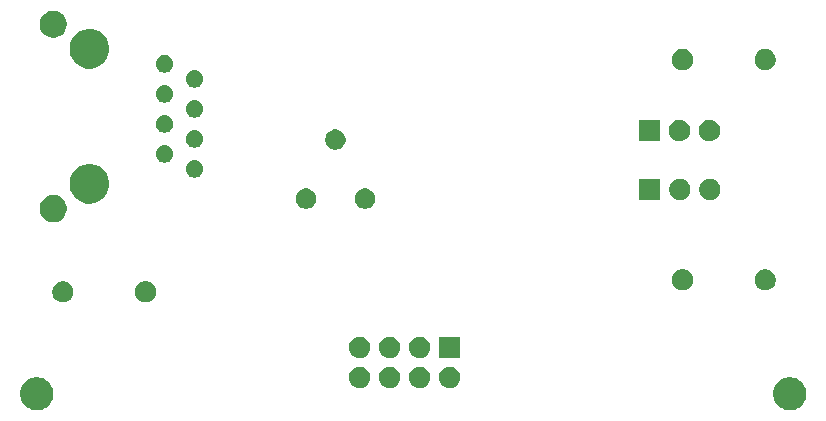
<source format=gbr>
G04 #@! TF.GenerationSoftware,KiCad,Pcbnew,5.1.5-52549c5~86~ubuntu18.04.1*
G04 #@! TF.CreationDate,2020-05-17T18:14:26-04:00*
G04 #@! TF.ProjectId,ft-891-Audio_Interface,66742d38-3931-42d4-9175-64696f5f496e,rev?*
G04 #@! TF.SameCoordinates,Original*
G04 #@! TF.FileFunction,Soldermask,Bot*
G04 #@! TF.FilePolarity,Negative*
%FSLAX46Y46*%
G04 Gerber Fmt 4.6, Leading zero omitted, Abs format (unit mm)*
G04 Created by KiCad (PCBNEW 5.1.5-52549c5~86~ubuntu18.04.1) date 2020-05-17 18:14:26*
%MOMM*%
%LPD*%
G04 APERTURE LIST*
%ADD10C,0.100000*%
G04 APERTURE END LIST*
D10*
G36*
X161339193Y-117486573D02*
G01*
X161429417Y-117504519D01*
X161535027Y-117548265D01*
X161684381Y-117610129D01*
X161684382Y-117610130D01*
X161913846Y-117763452D01*
X162108988Y-117958594D01*
X162159608Y-118034353D01*
X162262311Y-118188059D01*
X162367921Y-118443024D01*
X162421760Y-118713692D01*
X162421760Y-118989668D01*
X162367921Y-119260336D01*
X162262311Y-119515301D01*
X162262310Y-119515302D01*
X162108988Y-119744766D01*
X161913846Y-119939908D01*
X161760523Y-120042355D01*
X161684381Y-120093231D01*
X161535027Y-120155095D01*
X161429417Y-120198841D01*
X161339193Y-120216787D01*
X161158748Y-120252680D01*
X160882772Y-120252680D01*
X160702327Y-120216787D01*
X160612103Y-120198841D01*
X160506493Y-120155095D01*
X160357139Y-120093231D01*
X160280997Y-120042355D01*
X160127674Y-119939908D01*
X159932532Y-119744766D01*
X159779210Y-119515302D01*
X159779209Y-119515301D01*
X159673599Y-119260336D01*
X159619760Y-118989668D01*
X159619760Y-118713692D01*
X159673599Y-118443024D01*
X159779209Y-118188059D01*
X159881912Y-118034353D01*
X159932532Y-117958594D01*
X160127674Y-117763452D01*
X160357138Y-117610130D01*
X160357139Y-117610129D01*
X160506493Y-117548265D01*
X160612103Y-117504519D01*
X160702327Y-117486573D01*
X160882772Y-117450680D01*
X161158748Y-117450680D01*
X161339193Y-117486573D01*
G37*
G36*
X97585193Y-117486573D02*
G01*
X97675417Y-117504519D01*
X97781027Y-117548265D01*
X97930381Y-117610129D01*
X97930382Y-117610130D01*
X98159846Y-117763452D01*
X98354988Y-117958594D01*
X98405608Y-118034353D01*
X98508311Y-118188059D01*
X98613921Y-118443024D01*
X98667760Y-118713692D01*
X98667760Y-118989668D01*
X98613921Y-119260336D01*
X98508311Y-119515301D01*
X98508310Y-119515302D01*
X98354988Y-119744766D01*
X98159846Y-119939908D01*
X98006523Y-120042355D01*
X97930381Y-120093231D01*
X97781027Y-120155095D01*
X97675417Y-120198841D01*
X97585193Y-120216787D01*
X97404748Y-120252680D01*
X97128772Y-120252680D01*
X96948327Y-120216787D01*
X96858103Y-120198841D01*
X96752493Y-120155095D01*
X96603139Y-120093231D01*
X96526997Y-120042355D01*
X96373674Y-119939908D01*
X96178532Y-119744766D01*
X96025210Y-119515302D01*
X96025209Y-119515301D01*
X95919599Y-119260336D01*
X95865760Y-118989668D01*
X95865760Y-118713692D01*
X95919599Y-118443024D01*
X96025209Y-118188059D01*
X96127912Y-118034353D01*
X96178532Y-117958594D01*
X96373674Y-117763452D01*
X96603138Y-117610130D01*
X96603139Y-117610129D01*
X96752493Y-117548265D01*
X96858103Y-117504519D01*
X96948327Y-117486573D01*
X97128772Y-117450680D01*
X97404748Y-117450680D01*
X97585193Y-117486573D01*
G37*
G36*
X127252712Y-116563927D02*
G01*
X127402012Y-116593624D01*
X127565984Y-116661544D01*
X127713554Y-116760147D01*
X127839053Y-116885646D01*
X127937656Y-117033216D01*
X128005576Y-117197188D01*
X128040200Y-117371259D01*
X128040200Y-117548741D01*
X128005576Y-117722812D01*
X127937656Y-117886784D01*
X127839053Y-118034354D01*
X127713554Y-118159853D01*
X127565984Y-118258456D01*
X127402012Y-118326376D01*
X127252712Y-118356073D01*
X127227942Y-118361000D01*
X127050458Y-118361000D01*
X127025688Y-118356073D01*
X126876388Y-118326376D01*
X126712416Y-118258456D01*
X126564846Y-118159853D01*
X126439347Y-118034354D01*
X126340744Y-117886784D01*
X126272824Y-117722812D01*
X126238200Y-117548741D01*
X126238200Y-117371259D01*
X126272824Y-117197188D01*
X126340744Y-117033216D01*
X126439347Y-116885646D01*
X126564846Y-116760147D01*
X126712416Y-116661544D01*
X126876388Y-116593624D01*
X127025688Y-116563927D01*
X127050458Y-116559000D01*
X127227942Y-116559000D01*
X127252712Y-116563927D01*
G37*
G36*
X129792712Y-116563927D02*
G01*
X129942012Y-116593624D01*
X130105984Y-116661544D01*
X130253554Y-116760147D01*
X130379053Y-116885646D01*
X130477656Y-117033216D01*
X130545576Y-117197188D01*
X130580200Y-117371259D01*
X130580200Y-117548741D01*
X130545576Y-117722812D01*
X130477656Y-117886784D01*
X130379053Y-118034354D01*
X130253554Y-118159853D01*
X130105984Y-118258456D01*
X129942012Y-118326376D01*
X129792712Y-118356073D01*
X129767942Y-118361000D01*
X129590458Y-118361000D01*
X129565688Y-118356073D01*
X129416388Y-118326376D01*
X129252416Y-118258456D01*
X129104846Y-118159853D01*
X128979347Y-118034354D01*
X128880744Y-117886784D01*
X128812824Y-117722812D01*
X128778200Y-117548741D01*
X128778200Y-117371259D01*
X128812824Y-117197188D01*
X128880744Y-117033216D01*
X128979347Y-116885646D01*
X129104846Y-116760147D01*
X129252416Y-116661544D01*
X129416388Y-116593624D01*
X129565688Y-116563927D01*
X129590458Y-116559000D01*
X129767942Y-116559000D01*
X129792712Y-116563927D01*
G37*
G36*
X132332712Y-116563927D02*
G01*
X132482012Y-116593624D01*
X132645984Y-116661544D01*
X132793554Y-116760147D01*
X132919053Y-116885646D01*
X133017656Y-117033216D01*
X133085576Y-117197188D01*
X133120200Y-117371259D01*
X133120200Y-117548741D01*
X133085576Y-117722812D01*
X133017656Y-117886784D01*
X132919053Y-118034354D01*
X132793554Y-118159853D01*
X132645984Y-118258456D01*
X132482012Y-118326376D01*
X132332712Y-118356073D01*
X132307942Y-118361000D01*
X132130458Y-118361000D01*
X132105688Y-118356073D01*
X131956388Y-118326376D01*
X131792416Y-118258456D01*
X131644846Y-118159853D01*
X131519347Y-118034354D01*
X131420744Y-117886784D01*
X131352824Y-117722812D01*
X131318200Y-117548741D01*
X131318200Y-117371259D01*
X131352824Y-117197188D01*
X131420744Y-117033216D01*
X131519347Y-116885646D01*
X131644846Y-116760147D01*
X131792416Y-116661544D01*
X131956388Y-116593624D01*
X132105688Y-116563927D01*
X132130458Y-116559000D01*
X132307942Y-116559000D01*
X132332712Y-116563927D01*
G37*
G36*
X124712712Y-116563927D02*
G01*
X124862012Y-116593624D01*
X125025984Y-116661544D01*
X125173554Y-116760147D01*
X125299053Y-116885646D01*
X125397656Y-117033216D01*
X125465576Y-117197188D01*
X125500200Y-117371259D01*
X125500200Y-117548741D01*
X125465576Y-117722812D01*
X125397656Y-117886784D01*
X125299053Y-118034354D01*
X125173554Y-118159853D01*
X125025984Y-118258456D01*
X124862012Y-118326376D01*
X124712712Y-118356073D01*
X124687942Y-118361000D01*
X124510458Y-118361000D01*
X124485688Y-118356073D01*
X124336388Y-118326376D01*
X124172416Y-118258456D01*
X124024846Y-118159853D01*
X123899347Y-118034354D01*
X123800744Y-117886784D01*
X123732824Y-117722812D01*
X123698200Y-117548741D01*
X123698200Y-117371259D01*
X123732824Y-117197188D01*
X123800744Y-117033216D01*
X123899347Y-116885646D01*
X124024846Y-116760147D01*
X124172416Y-116661544D01*
X124336388Y-116593624D01*
X124485688Y-116563927D01*
X124510458Y-116559000D01*
X124687942Y-116559000D01*
X124712712Y-116563927D01*
G37*
G36*
X124712712Y-114023927D02*
G01*
X124862012Y-114053624D01*
X125025984Y-114121544D01*
X125173554Y-114220147D01*
X125299053Y-114345646D01*
X125397656Y-114493216D01*
X125465576Y-114657188D01*
X125500200Y-114831259D01*
X125500200Y-115008741D01*
X125465576Y-115182812D01*
X125397656Y-115346784D01*
X125299053Y-115494354D01*
X125173554Y-115619853D01*
X125025984Y-115718456D01*
X124862012Y-115786376D01*
X124712712Y-115816073D01*
X124687942Y-115821000D01*
X124510458Y-115821000D01*
X124485688Y-115816073D01*
X124336388Y-115786376D01*
X124172416Y-115718456D01*
X124024846Y-115619853D01*
X123899347Y-115494354D01*
X123800744Y-115346784D01*
X123732824Y-115182812D01*
X123698200Y-115008741D01*
X123698200Y-114831259D01*
X123732824Y-114657188D01*
X123800744Y-114493216D01*
X123899347Y-114345646D01*
X124024846Y-114220147D01*
X124172416Y-114121544D01*
X124336388Y-114053624D01*
X124485688Y-114023927D01*
X124510458Y-114019000D01*
X124687942Y-114019000D01*
X124712712Y-114023927D01*
G37*
G36*
X133120200Y-115821000D02*
G01*
X131318200Y-115821000D01*
X131318200Y-114019000D01*
X133120200Y-114019000D01*
X133120200Y-115821000D01*
G37*
G36*
X129792712Y-114023927D02*
G01*
X129942012Y-114053624D01*
X130105984Y-114121544D01*
X130253554Y-114220147D01*
X130379053Y-114345646D01*
X130477656Y-114493216D01*
X130545576Y-114657188D01*
X130580200Y-114831259D01*
X130580200Y-115008741D01*
X130545576Y-115182812D01*
X130477656Y-115346784D01*
X130379053Y-115494354D01*
X130253554Y-115619853D01*
X130105984Y-115718456D01*
X129942012Y-115786376D01*
X129792712Y-115816073D01*
X129767942Y-115821000D01*
X129590458Y-115821000D01*
X129565688Y-115816073D01*
X129416388Y-115786376D01*
X129252416Y-115718456D01*
X129104846Y-115619853D01*
X128979347Y-115494354D01*
X128880744Y-115346784D01*
X128812824Y-115182812D01*
X128778200Y-115008741D01*
X128778200Y-114831259D01*
X128812824Y-114657188D01*
X128880744Y-114493216D01*
X128979347Y-114345646D01*
X129104846Y-114220147D01*
X129252416Y-114121544D01*
X129416388Y-114053624D01*
X129565688Y-114023927D01*
X129590458Y-114019000D01*
X129767942Y-114019000D01*
X129792712Y-114023927D01*
G37*
G36*
X127252712Y-114023927D02*
G01*
X127402012Y-114053624D01*
X127565984Y-114121544D01*
X127713554Y-114220147D01*
X127839053Y-114345646D01*
X127937656Y-114493216D01*
X128005576Y-114657188D01*
X128040200Y-114831259D01*
X128040200Y-115008741D01*
X128005576Y-115182812D01*
X127937656Y-115346784D01*
X127839053Y-115494354D01*
X127713554Y-115619853D01*
X127565984Y-115718456D01*
X127402012Y-115786376D01*
X127252712Y-115816073D01*
X127227942Y-115821000D01*
X127050458Y-115821000D01*
X127025688Y-115816073D01*
X126876388Y-115786376D01*
X126712416Y-115718456D01*
X126564846Y-115619853D01*
X126439347Y-115494354D01*
X126340744Y-115346784D01*
X126272824Y-115182812D01*
X126238200Y-115008741D01*
X126238200Y-114831259D01*
X126272824Y-114657188D01*
X126340744Y-114493216D01*
X126439347Y-114345646D01*
X126564846Y-114220147D01*
X126712416Y-114121544D01*
X126876388Y-114053624D01*
X127025688Y-114023927D01*
X127050458Y-114019000D01*
X127227942Y-114019000D01*
X127252712Y-114023927D01*
G37*
G36*
X99582712Y-109319607D02*
G01*
X99732012Y-109349304D01*
X99895984Y-109417224D01*
X100043554Y-109515827D01*
X100169053Y-109641326D01*
X100267656Y-109788896D01*
X100335576Y-109952868D01*
X100370200Y-110126939D01*
X100370200Y-110304421D01*
X100335576Y-110478492D01*
X100267656Y-110642464D01*
X100169053Y-110790034D01*
X100043554Y-110915533D01*
X99895984Y-111014136D01*
X99732012Y-111082056D01*
X99582712Y-111111753D01*
X99557942Y-111116680D01*
X99380458Y-111116680D01*
X99355688Y-111111753D01*
X99206388Y-111082056D01*
X99042416Y-111014136D01*
X98894846Y-110915533D01*
X98769347Y-110790034D01*
X98670744Y-110642464D01*
X98602824Y-110478492D01*
X98568200Y-110304421D01*
X98568200Y-110126939D01*
X98602824Y-109952868D01*
X98670744Y-109788896D01*
X98769347Y-109641326D01*
X98894846Y-109515827D01*
X99042416Y-109417224D01*
X99206388Y-109349304D01*
X99355688Y-109319607D01*
X99380458Y-109314680D01*
X99557942Y-109314680D01*
X99582712Y-109319607D01*
G37*
G36*
X106582712Y-109319607D02*
G01*
X106732012Y-109349304D01*
X106895984Y-109417224D01*
X107043554Y-109515827D01*
X107169053Y-109641326D01*
X107267656Y-109788896D01*
X107335576Y-109952868D01*
X107370200Y-110126939D01*
X107370200Y-110304421D01*
X107335576Y-110478492D01*
X107267656Y-110642464D01*
X107169053Y-110790034D01*
X107043554Y-110915533D01*
X106895984Y-111014136D01*
X106732012Y-111082056D01*
X106582712Y-111111753D01*
X106557942Y-111116680D01*
X106380458Y-111116680D01*
X106355688Y-111111753D01*
X106206388Y-111082056D01*
X106042416Y-111014136D01*
X105894846Y-110915533D01*
X105769347Y-110790034D01*
X105670744Y-110642464D01*
X105602824Y-110478492D01*
X105568200Y-110304421D01*
X105568200Y-110126939D01*
X105602824Y-109952868D01*
X105670744Y-109788896D01*
X105769347Y-109641326D01*
X105894846Y-109515827D01*
X106042416Y-109417224D01*
X106206388Y-109349304D01*
X106355688Y-109319607D01*
X106380458Y-109314680D01*
X106557942Y-109314680D01*
X106582712Y-109319607D01*
G37*
G36*
X152050272Y-108303607D02*
G01*
X152199572Y-108333304D01*
X152363544Y-108401224D01*
X152511114Y-108499827D01*
X152636613Y-108625326D01*
X152735216Y-108772896D01*
X152803136Y-108936868D01*
X152837760Y-109110939D01*
X152837760Y-109288421D01*
X152803136Y-109462492D01*
X152735216Y-109626464D01*
X152636613Y-109774034D01*
X152511114Y-109899533D01*
X152363544Y-109998136D01*
X152199572Y-110066056D01*
X152050272Y-110095753D01*
X152025502Y-110100680D01*
X151848018Y-110100680D01*
X151823248Y-110095753D01*
X151673948Y-110066056D01*
X151509976Y-109998136D01*
X151362406Y-109899533D01*
X151236907Y-109774034D01*
X151138304Y-109626464D01*
X151070384Y-109462492D01*
X151035760Y-109288421D01*
X151035760Y-109110939D01*
X151070384Y-108936868D01*
X151138304Y-108772896D01*
X151236907Y-108625326D01*
X151362406Y-108499827D01*
X151509976Y-108401224D01*
X151673948Y-108333304D01*
X151823248Y-108303607D01*
X151848018Y-108298680D01*
X152025502Y-108298680D01*
X152050272Y-108303607D01*
G37*
G36*
X159050272Y-108303607D02*
G01*
X159199572Y-108333304D01*
X159363544Y-108401224D01*
X159511114Y-108499827D01*
X159636613Y-108625326D01*
X159735216Y-108772896D01*
X159803136Y-108936868D01*
X159837760Y-109110939D01*
X159837760Y-109288421D01*
X159803136Y-109462492D01*
X159735216Y-109626464D01*
X159636613Y-109774034D01*
X159511114Y-109899533D01*
X159363544Y-109998136D01*
X159199572Y-110066056D01*
X159050272Y-110095753D01*
X159025502Y-110100680D01*
X158848018Y-110100680D01*
X158823248Y-110095753D01*
X158673948Y-110066056D01*
X158509976Y-109998136D01*
X158362406Y-109899533D01*
X158236907Y-109774034D01*
X158138304Y-109626464D01*
X158070384Y-109462492D01*
X158035760Y-109288421D01*
X158035760Y-109110939D01*
X158070384Y-108936868D01*
X158138304Y-108772896D01*
X158236907Y-108625326D01*
X158362406Y-108499827D01*
X158509976Y-108401224D01*
X158673948Y-108333304D01*
X158823248Y-108303607D01*
X158848018Y-108298680D01*
X159025502Y-108298680D01*
X159050272Y-108303607D01*
G37*
G36*
X98893749Y-102032796D02*
G01*
X99004934Y-102054912D01*
X99153050Y-102116264D01*
X99210517Y-102140067D01*
X99214403Y-102141677D01*
X99402920Y-102267640D01*
X99563240Y-102427960D01*
X99689203Y-102616477D01*
X99775968Y-102825946D01*
X99820200Y-103048316D01*
X99820200Y-103275044D01*
X99775968Y-103497414D01*
X99689203Y-103706883D01*
X99563240Y-103895400D01*
X99402920Y-104055720D01*
X99214403Y-104181683D01*
X99004934Y-104268448D01*
X98893749Y-104290564D01*
X98782565Y-104312680D01*
X98555835Y-104312680D01*
X98444651Y-104290564D01*
X98333466Y-104268448D01*
X98123997Y-104181683D01*
X97935480Y-104055720D01*
X97775160Y-103895400D01*
X97649197Y-103706883D01*
X97562432Y-103497414D01*
X97518200Y-103275044D01*
X97518200Y-103048316D01*
X97562432Y-102825946D01*
X97649197Y-102616477D01*
X97775160Y-102427960D01*
X97935480Y-102267640D01*
X98123997Y-102141677D01*
X98127884Y-102140067D01*
X98185350Y-102116264D01*
X98333466Y-102054912D01*
X98444651Y-102032796D01*
X98555835Y-102010680D01*
X98782565Y-102010680D01*
X98893749Y-102032796D01*
G37*
G36*
X120296343Y-101496087D02*
G01*
X120453038Y-101560992D01*
X120594053Y-101655215D01*
X120713985Y-101775147D01*
X120808208Y-101916162D01*
X120873113Y-102072857D01*
X120906200Y-102239198D01*
X120906200Y-102408802D01*
X120873113Y-102575143D01*
X120808208Y-102731838D01*
X120713985Y-102872853D01*
X120594053Y-102992785D01*
X120453038Y-103087008D01*
X120296343Y-103151913D01*
X120130002Y-103185000D01*
X119960398Y-103185000D01*
X119794057Y-103151913D01*
X119637362Y-103087008D01*
X119496347Y-102992785D01*
X119376415Y-102872853D01*
X119282192Y-102731838D01*
X119217287Y-102575143D01*
X119184200Y-102408802D01*
X119184200Y-102239198D01*
X119217287Y-102072857D01*
X119282192Y-101916162D01*
X119376415Y-101775147D01*
X119496347Y-101655215D01*
X119637362Y-101560992D01*
X119794057Y-101496087D01*
X119960398Y-101463000D01*
X120130002Y-101463000D01*
X120296343Y-101496087D01*
G37*
G36*
X125296343Y-101496087D02*
G01*
X125453038Y-101560992D01*
X125594053Y-101655215D01*
X125713985Y-101775147D01*
X125808208Y-101916162D01*
X125873113Y-102072857D01*
X125906200Y-102239198D01*
X125906200Y-102408802D01*
X125873113Y-102575143D01*
X125808208Y-102731838D01*
X125713985Y-102872853D01*
X125594053Y-102992785D01*
X125453038Y-103087008D01*
X125296343Y-103151913D01*
X125130002Y-103185000D01*
X124960398Y-103185000D01*
X124794057Y-103151913D01*
X124637362Y-103087008D01*
X124496347Y-102992785D01*
X124376415Y-102872853D01*
X124282192Y-102731838D01*
X124217287Y-102575143D01*
X124184200Y-102408802D01*
X124184200Y-102239198D01*
X124217287Y-102072857D01*
X124282192Y-101916162D01*
X124376415Y-101775147D01*
X124496347Y-101655215D01*
X124637362Y-101560992D01*
X124794057Y-101496087D01*
X124960398Y-101463000D01*
X125130002Y-101463000D01*
X125296343Y-101496087D01*
G37*
G36*
X102208071Y-99460088D02*
G01*
X102513083Y-99586428D01*
X102787587Y-99769846D01*
X103021034Y-100003293D01*
X103204452Y-100277797D01*
X103330792Y-100582809D01*
X103395200Y-100906608D01*
X103395200Y-101236752D01*
X103330792Y-101560551D01*
X103204452Y-101865563D01*
X103021034Y-102140067D01*
X102787587Y-102373514D01*
X102513083Y-102556932D01*
X102208071Y-102683272D01*
X102046171Y-102715476D01*
X101884273Y-102747680D01*
X101554127Y-102747680D01*
X101230329Y-102683272D01*
X100925317Y-102556932D01*
X100650813Y-102373514D01*
X100417366Y-102140067D01*
X100233948Y-101865563D01*
X100107608Y-101560551D01*
X100043200Y-101236752D01*
X100043200Y-100906608D01*
X100107608Y-100582809D01*
X100233948Y-100277797D01*
X100417366Y-100003293D01*
X100650813Y-99769846D01*
X100925317Y-99586428D01*
X101230329Y-99460088D01*
X101554127Y-99395680D01*
X101884273Y-99395680D01*
X102208071Y-99460088D01*
G37*
G36*
X154358712Y-100657927D02*
G01*
X154508012Y-100687624D01*
X154671984Y-100755544D01*
X154819554Y-100854147D01*
X154945053Y-100979646D01*
X155043656Y-101127216D01*
X155111576Y-101291188D01*
X155146200Y-101465259D01*
X155146200Y-101642741D01*
X155111576Y-101816812D01*
X155043656Y-101980784D01*
X154945053Y-102128354D01*
X154819554Y-102253853D01*
X154671984Y-102352456D01*
X154508012Y-102420376D01*
X154358712Y-102450073D01*
X154333942Y-102455000D01*
X154156458Y-102455000D01*
X154131688Y-102450073D01*
X153982388Y-102420376D01*
X153818416Y-102352456D01*
X153670846Y-102253853D01*
X153545347Y-102128354D01*
X153446744Y-101980784D01*
X153378824Y-101816812D01*
X153344200Y-101642741D01*
X153344200Y-101465259D01*
X153378824Y-101291188D01*
X153446744Y-101127216D01*
X153545347Y-100979646D01*
X153670846Y-100854147D01*
X153818416Y-100755544D01*
X153982388Y-100687624D01*
X154131688Y-100657927D01*
X154156458Y-100653000D01*
X154333942Y-100653000D01*
X154358712Y-100657927D01*
G37*
G36*
X150066200Y-102455000D02*
G01*
X148264200Y-102455000D01*
X148264200Y-100653000D01*
X150066200Y-100653000D01*
X150066200Y-102455000D01*
G37*
G36*
X151818712Y-100657927D02*
G01*
X151968012Y-100687624D01*
X152131984Y-100755544D01*
X152279554Y-100854147D01*
X152405053Y-100979646D01*
X152503656Y-101127216D01*
X152571576Y-101291188D01*
X152606200Y-101465259D01*
X152606200Y-101642741D01*
X152571576Y-101816812D01*
X152503656Y-101980784D01*
X152405053Y-102128354D01*
X152279554Y-102253853D01*
X152131984Y-102352456D01*
X151968012Y-102420376D01*
X151818712Y-102450073D01*
X151793942Y-102455000D01*
X151616458Y-102455000D01*
X151591688Y-102450073D01*
X151442388Y-102420376D01*
X151278416Y-102352456D01*
X151130846Y-102253853D01*
X151005347Y-102128354D01*
X150906744Y-101980784D01*
X150838824Y-101816812D01*
X150804200Y-101642741D01*
X150804200Y-101465259D01*
X150838824Y-101291188D01*
X150906744Y-101127216D01*
X151005347Y-100979646D01*
X151130846Y-100854147D01*
X151278416Y-100755544D01*
X151442388Y-100687624D01*
X151591688Y-100657927D01*
X151616458Y-100653000D01*
X151793942Y-100653000D01*
X151818712Y-100657927D01*
G37*
G36*
X110828259Y-99079540D02*
G01*
X110913918Y-99115021D01*
X110964932Y-99136152D01*
X111087935Y-99218340D01*
X111192540Y-99322945D01*
X111274728Y-99445948D01*
X111331340Y-99582621D01*
X111360200Y-99727713D01*
X111360200Y-99875647D01*
X111331340Y-100020739D01*
X111274728Y-100157412D01*
X111192540Y-100280415D01*
X111087935Y-100385020D01*
X110964932Y-100467208D01*
X110964931Y-100467209D01*
X110964930Y-100467209D01*
X110828259Y-100523820D01*
X110683168Y-100552680D01*
X110535232Y-100552680D01*
X110390141Y-100523820D01*
X110253470Y-100467209D01*
X110253469Y-100467209D01*
X110253468Y-100467208D01*
X110130465Y-100385020D01*
X110025860Y-100280415D01*
X109943672Y-100157412D01*
X109887060Y-100020739D01*
X109858200Y-99875647D01*
X109858200Y-99727713D01*
X109887060Y-99582621D01*
X109943672Y-99445948D01*
X110025860Y-99322945D01*
X110130465Y-99218340D01*
X110253468Y-99136152D01*
X110304483Y-99115021D01*
X110390141Y-99079540D01*
X110535232Y-99050680D01*
X110683168Y-99050680D01*
X110828259Y-99079540D01*
G37*
G36*
X108288259Y-97809540D02*
G01*
X108373918Y-97845021D01*
X108424932Y-97866152D01*
X108547935Y-97948340D01*
X108652540Y-98052945D01*
X108718668Y-98151913D01*
X108734729Y-98175950D01*
X108791340Y-98312621D01*
X108820200Y-98457713D01*
X108820200Y-98605647D01*
X108791340Y-98750739D01*
X108734728Y-98887412D01*
X108652540Y-99010415D01*
X108547935Y-99115020D01*
X108424932Y-99197208D01*
X108424931Y-99197209D01*
X108424930Y-99197209D01*
X108288259Y-99253820D01*
X108143168Y-99282680D01*
X107995232Y-99282680D01*
X107850141Y-99253820D01*
X107713470Y-99197209D01*
X107713469Y-99197209D01*
X107713468Y-99197208D01*
X107590465Y-99115020D01*
X107485860Y-99010415D01*
X107403672Y-98887412D01*
X107347060Y-98750739D01*
X107318200Y-98605647D01*
X107318200Y-98457713D01*
X107347060Y-98312621D01*
X107403671Y-98175950D01*
X107419732Y-98151913D01*
X107485860Y-98052945D01*
X107590465Y-97948340D01*
X107713468Y-97866152D01*
X107764483Y-97845021D01*
X107850141Y-97809540D01*
X107995232Y-97780680D01*
X108143168Y-97780680D01*
X108288259Y-97809540D01*
G37*
G36*
X122796343Y-96496087D02*
G01*
X122953038Y-96560992D01*
X123094053Y-96655215D01*
X123213985Y-96775147D01*
X123308208Y-96916162D01*
X123373113Y-97072857D01*
X123406200Y-97239198D01*
X123406200Y-97408802D01*
X123373113Y-97575143D01*
X123308208Y-97731838D01*
X123213985Y-97872853D01*
X123094053Y-97992785D01*
X122953038Y-98087008D01*
X122796343Y-98151913D01*
X122630002Y-98185000D01*
X122460398Y-98185000D01*
X122294057Y-98151913D01*
X122137362Y-98087008D01*
X121996347Y-97992785D01*
X121876415Y-97872853D01*
X121782192Y-97731838D01*
X121717287Y-97575143D01*
X121684200Y-97408802D01*
X121684200Y-97239198D01*
X121717287Y-97072857D01*
X121782192Y-96916162D01*
X121876415Y-96775147D01*
X121996347Y-96655215D01*
X122137362Y-96560992D01*
X122294057Y-96496087D01*
X122460398Y-96463000D01*
X122630002Y-96463000D01*
X122796343Y-96496087D01*
G37*
G36*
X110828259Y-96539540D02*
G01*
X110913918Y-96575021D01*
X110964932Y-96596152D01*
X111087935Y-96678340D01*
X111192540Y-96782945D01*
X111215169Y-96816812D01*
X111274729Y-96905950D01*
X111331340Y-97042621D01*
X111360200Y-97187712D01*
X111360200Y-97335648D01*
X111331340Y-97480739D01*
X111292237Y-97575143D01*
X111274728Y-97617412D01*
X111192540Y-97740415D01*
X111087935Y-97845020D01*
X110964932Y-97927208D01*
X110964931Y-97927209D01*
X110964930Y-97927209D01*
X110828259Y-97983820D01*
X110683168Y-98012680D01*
X110535232Y-98012680D01*
X110390141Y-97983820D01*
X110253470Y-97927209D01*
X110253469Y-97927209D01*
X110253468Y-97927208D01*
X110130465Y-97845020D01*
X110025860Y-97740415D01*
X109943672Y-97617412D01*
X109926164Y-97575143D01*
X109887060Y-97480739D01*
X109858200Y-97335648D01*
X109858200Y-97187712D01*
X109887060Y-97042621D01*
X109943671Y-96905950D01*
X110003231Y-96816812D01*
X110025860Y-96782945D01*
X110130465Y-96678340D01*
X110253468Y-96596152D01*
X110304483Y-96575021D01*
X110390141Y-96539540D01*
X110535232Y-96510680D01*
X110683168Y-96510680D01*
X110828259Y-96539540D01*
G37*
G36*
X151778712Y-95657927D02*
G01*
X151928012Y-95687624D01*
X152091984Y-95755544D01*
X152239554Y-95854147D01*
X152365053Y-95979646D01*
X152463656Y-96127216D01*
X152531576Y-96291188D01*
X152566200Y-96465259D01*
X152566200Y-96642741D01*
X152531576Y-96816812D01*
X152463656Y-96980784D01*
X152365053Y-97128354D01*
X152239554Y-97253853D01*
X152091984Y-97352456D01*
X151928012Y-97420376D01*
X151778712Y-97450073D01*
X151753942Y-97455000D01*
X151576458Y-97455000D01*
X151551688Y-97450073D01*
X151402388Y-97420376D01*
X151238416Y-97352456D01*
X151090846Y-97253853D01*
X150965347Y-97128354D01*
X150866744Y-96980784D01*
X150798824Y-96816812D01*
X150764200Y-96642741D01*
X150764200Y-96465259D01*
X150798824Y-96291188D01*
X150866744Y-96127216D01*
X150965347Y-95979646D01*
X151090846Y-95854147D01*
X151238416Y-95755544D01*
X151402388Y-95687624D01*
X151551688Y-95657927D01*
X151576458Y-95653000D01*
X151753942Y-95653000D01*
X151778712Y-95657927D01*
G37*
G36*
X154318712Y-95657927D02*
G01*
X154468012Y-95687624D01*
X154631984Y-95755544D01*
X154779554Y-95854147D01*
X154905053Y-95979646D01*
X155003656Y-96127216D01*
X155071576Y-96291188D01*
X155106200Y-96465259D01*
X155106200Y-96642741D01*
X155071576Y-96816812D01*
X155003656Y-96980784D01*
X154905053Y-97128354D01*
X154779554Y-97253853D01*
X154631984Y-97352456D01*
X154468012Y-97420376D01*
X154318712Y-97450073D01*
X154293942Y-97455000D01*
X154116458Y-97455000D01*
X154091688Y-97450073D01*
X153942388Y-97420376D01*
X153778416Y-97352456D01*
X153630846Y-97253853D01*
X153505347Y-97128354D01*
X153406744Y-96980784D01*
X153338824Y-96816812D01*
X153304200Y-96642741D01*
X153304200Y-96465259D01*
X153338824Y-96291188D01*
X153406744Y-96127216D01*
X153505347Y-95979646D01*
X153630846Y-95854147D01*
X153778416Y-95755544D01*
X153942388Y-95687624D01*
X154091688Y-95657927D01*
X154116458Y-95653000D01*
X154293942Y-95653000D01*
X154318712Y-95657927D01*
G37*
G36*
X150026200Y-97455000D02*
G01*
X148224200Y-97455000D01*
X148224200Y-95653000D01*
X150026200Y-95653000D01*
X150026200Y-97455000D01*
G37*
G36*
X108288259Y-95269540D02*
G01*
X108373918Y-95305021D01*
X108424932Y-95326152D01*
X108547935Y-95408340D01*
X108652540Y-95512945D01*
X108652541Y-95512947D01*
X108734729Y-95635950D01*
X108791340Y-95772621D01*
X108820200Y-95917712D01*
X108820200Y-96065648D01*
X108791340Y-96210739D01*
X108758017Y-96291189D01*
X108734728Y-96347412D01*
X108652540Y-96470415D01*
X108547935Y-96575020D01*
X108424932Y-96657208D01*
X108424931Y-96657209D01*
X108424930Y-96657209D01*
X108288259Y-96713820D01*
X108143168Y-96742680D01*
X107995232Y-96742680D01*
X107850141Y-96713820D01*
X107713470Y-96657209D01*
X107713469Y-96657209D01*
X107713468Y-96657208D01*
X107590465Y-96575020D01*
X107485860Y-96470415D01*
X107403672Y-96347412D01*
X107380384Y-96291189D01*
X107347060Y-96210739D01*
X107318200Y-96065648D01*
X107318200Y-95917712D01*
X107347060Y-95772621D01*
X107403671Y-95635950D01*
X107485859Y-95512947D01*
X107485860Y-95512945D01*
X107590465Y-95408340D01*
X107713468Y-95326152D01*
X107764483Y-95305021D01*
X107850141Y-95269540D01*
X107995232Y-95240680D01*
X108143168Y-95240680D01*
X108288259Y-95269540D01*
G37*
G36*
X110828259Y-93999540D02*
G01*
X110913918Y-94035021D01*
X110964932Y-94056152D01*
X111087935Y-94138340D01*
X111192540Y-94242945D01*
X111274728Y-94365948D01*
X111331340Y-94502621D01*
X111360200Y-94647713D01*
X111360200Y-94795647D01*
X111331340Y-94940739D01*
X111274728Y-95077412D01*
X111192540Y-95200415D01*
X111087935Y-95305020D01*
X110964932Y-95387208D01*
X110964931Y-95387209D01*
X110964930Y-95387209D01*
X110828259Y-95443820D01*
X110683168Y-95472680D01*
X110535232Y-95472680D01*
X110390141Y-95443820D01*
X110253470Y-95387209D01*
X110253469Y-95387209D01*
X110253468Y-95387208D01*
X110130465Y-95305020D01*
X110025860Y-95200415D01*
X109943672Y-95077412D01*
X109887060Y-94940739D01*
X109858200Y-94795647D01*
X109858200Y-94647713D01*
X109887060Y-94502621D01*
X109943672Y-94365948D01*
X110025860Y-94242945D01*
X110130465Y-94138340D01*
X110253468Y-94056152D01*
X110304483Y-94035021D01*
X110390141Y-93999540D01*
X110535232Y-93970680D01*
X110683168Y-93970680D01*
X110828259Y-93999540D01*
G37*
G36*
X108288259Y-92729540D02*
G01*
X108373918Y-92765021D01*
X108424932Y-92786152D01*
X108547935Y-92868340D01*
X108652540Y-92972945D01*
X108734728Y-93095948D01*
X108791340Y-93232621D01*
X108820200Y-93377713D01*
X108820200Y-93525647D01*
X108791340Y-93670739D01*
X108734728Y-93807412D01*
X108652540Y-93930415D01*
X108547935Y-94035020D01*
X108424932Y-94117208D01*
X108424931Y-94117209D01*
X108424930Y-94117209D01*
X108288259Y-94173820D01*
X108143168Y-94202680D01*
X107995232Y-94202680D01*
X107850141Y-94173820D01*
X107713470Y-94117209D01*
X107713469Y-94117209D01*
X107713468Y-94117208D01*
X107590465Y-94035020D01*
X107485860Y-93930415D01*
X107403672Y-93807412D01*
X107347060Y-93670739D01*
X107318200Y-93525647D01*
X107318200Y-93377713D01*
X107347060Y-93232621D01*
X107403672Y-93095948D01*
X107485860Y-92972945D01*
X107590465Y-92868340D01*
X107713468Y-92786152D01*
X107764483Y-92765021D01*
X107850141Y-92729540D01*
X107995232Y-92700680D01*
X108143168Y-92700680D01*
X108288259Y-92729540D01*
G37*
G36*
X110828259Y-91459540D02*
G01*
X110913918Y-91495021D01*
X110964932Y-91516152D01*
X111087935Y-91598340D01*
X111192540Y-91702945D01*
X111274728Y-91825948D01*
X111331340Y-91962621D01*
X111360200Y-92107713D01*
X111360200Y-92255647D01*
X111331340Y-92400739D01*
X111274728Y-92537412D01*
X111192540Y-92660415D01*
X111087935Y-92765020D01*
X110964932Y-92847208D01*
X110964931Y-92847209D01*
X110964930Y-92847209D01*
X110828259Y-92903820D01*
X110683168Y-92932680D01*
X110535232Y-92932680D01*
X110390141Y-92903820D01*
X110253470Y-92847209D01*
X110253469Y-92847209D01*
X110253468Y-92847208D01*
X110130465Y-92765020D01*
X110025860Y-92660415D01*
X109943672Y-92537412D01*
X109887060Y-92400739D01*
X109858200Y-92255647D01*
X109858200Y-92107713D01*
X109887060Y-91962621D01*
X109943672Y-91825948D01*
X110025860Y-91702945D01*
X110130465Y-91598340D01*
X110253468Y-91516152D01*
X110304483Y-91495021D01*
X110390141Y-91459540D01*
X110535232Y-91430680D01*
X110683168Y-91430680D01*
X110828259Y-91459540D01*
G37*
G36*
X108288259Y-90189540D02*
G01*
X108424932Y-90246152D01*
X108547935Y-90328340D01*
X108652540Y-90432945D01*
X108734728Y-90555948D01*
X108734729Y-90555950D01*
X108791340Y-90692621D01*
X108816043Y-90816811D01*
X108820200Y-90837713D01*
X108820200Y-90985647D01*
X108791340Y-91130739D01*
X108734728Y-91267412D01*
X108652540Y-91390415D01*
X108547935Y-91495020D01*
X108424932Y-91577208D01*
X108424931Y-91577209D01*
X108424930Y-91577209D01*
X108288259Y-91633820D01*
X108143168Y-91662680D01*
X107995232Y-91662680D01*
X107850141Y-91633820D01*
X107713470Y-91577209D01*
X107713469Y-91577209D01*
X107713468Y-91577208D01*
X107590465Y-91495020D01*
X107485860Y-91390415D01*
X107403672Y-91267412D01*
X107347060Y-91130739D01*
X107318200Y-90985647D01*
X107318200Y-90837713D01*
X107322358Y-90816811D01*
X107347060Y-90692621D01*
X107403671Y-90555950D01*
X107403672Y-90555948D01*
X107485860Y-90432945D01*
X107590465Y-90328340D01*
X107713468Y-90246152D01*
X107850141Y-90189540D01*
X107995232Y-90160680D01*
X108143168Y-90160680D01*
X108288259Y-90189540D01*
G37*
G36*
X152050272Y-89657927D02*
G01*
X152199572Y-89687624D01*
X152363544Y-89755544D01*
X152511114Y-89854147D01*
X152636613Y-89979646D01*
X152735216Y-90127216D01*
X152803136Y-90291188D01*
X152837760Y-90465259D01*
X152837760Y-90642741D01*
X152803136Y-90816812D01*
X152735216Y-90980784D01*
X152636613Y-91128354D01*
X152511114Y-91253853D01*
X152363544Y-91352456D01*
X152199572Y-91420376D01*
X152050272Y-91450073D01*
X152025502Y-91455000D01*
X151848018Y-91455000D01*
X151823248Y-91450073D01*
X151673948Y-91420376D01*
X151509976Y-91352456D01*
X151362406Y-91253853D01*
X151236907Y-91128354D01*
X151138304Y-90980784D01*
X151070384Y-90816812D01*
X151035760Y-90642741D01*
X151035760Y-90465259D01*
X151070384Y-90291188D01*
X151138304Y-90127216D01*
X151236907Y-89979646D01*
X151362406Y-89854147D01*
X151509976Y-89755544D01*
X151673948Y-89687624D01*
X151823248Y-89657927D01*
X151848018Y-89653000D01*
X152025502Y-89653000D01*
X152050272Y-89657927D01*
G37*
G36*
X159050272Y-89657927D02*
G01*
X159199572Y-89687624D01*
X159363544Y-89755544D01*
X159511114Y-89854147D01*
X159636613Y-89979646D01*
X159735216Y-90127216D01*
X159803136Y-90291188D01*
X159837760Y-90465259D01*
X159837760Y-90642741D01*
X159803136Y-90816812D01*
X159735216Y-90980784D01*
X159636613Y-91128354D01*
X159511114Y-91253853D01*
X159363544Y-91352456D01*
X159199572Y-91420376D01*
X159050272Y-91450073D01*
X159025502Y-91455000D01*
X158848018Y-91455000D01*
X158823248Y-91450073D01*
X158673948Y-91420376D01*
X158509976Y-91352456D01*
X158362406Y-91253853D01*
X158236907Y-91128354D01*
X158138304Y-90980784D01*
X158070384Y-90816812D01*
X158035760Y-90642741D01*
X158035760Y-90465259D01*
X158070384Y-90291188D01*
X158138304Y-90127216D01*
X158236907Y-89979646D01*
X158362406Y-89854147D01*
X158509976Y-89755544D01*
X158673948Y-89687624D01*
X158823248Y-89657927D01*
X158848018Y-89653000D01*
X159025502Y-89653000D01*
X159050272Y-89657927D01*
G37*
G36*
X102046171Y-87997884D02*
G01*
X102208071Y-88030088D01*
X102513083Y-88156428D01*
X102787587Y-88339846D01*
X103021034Y-88573293D01*
X103204452Y-88847797D01*
X103204452Y-88847798D01*
X103330792Y-89152810D01*
X103395200Y-89476607D01*
X103395200Y-89806753D01*
X103385772Y-89854148D01*
X103330792Y-90130551D01*
X103204452Y-90435563D01*
X103021034Y-90710067D01*
X102787587Y-90943514D01*
X102513083Y-91126932D01*
X102208071Y-91253272D01*
X101884273Y-91317680D01*
X101554127Y-91317680D01*
X101230329Y-91253272D01*
X100925317Y-91126932D01*
X100650813Y-90943514D01*
X100417366Y-90710067D01*
X100233948Y-90435563D01*
X100107608Y-90130551D01*
X100052628Y-89854148D01*
X100043200Y-89806753D01*
X100043200Y-89476607D01*
X100107608Y-89152810D01*
X100233948Y-88847798D01*
X100233948Y-88847797D01*
X100417366Y-88573293D01*
X100650813Y-88339846D01*
X100925317Y-88156428D01*
X101230329Y-88030088D01*
X101554127Y-87965680D01*
X101884273Y-87965680D01*
X102046171Y-87997884D01*
G37*
G36*
X98893749Y-86422796D02*
G01*
X99004934Y-86444912D01*
X99214403Y-86531677D01*
X99402920Y-86657640D01*
X99563240Y-86817960D01*
X99689203Y-87006477D01*
X99775968Y-87215946D01*
X99820200Y-87438316D01*
X99820200Y-87665044D01*
X99775968Y-87887414D01*
X99689203Y-88096883D01*
X99563240Y-88285400D01*
X99402920Y-88445720D01*
X99214403Y-88571683D01*
X99214402Y-88571684D01*
X99214401Y-88571684D01*
X99153050Y-88597096D01*
X99004934Y-88658448D01*
X98893749Y-88680564D01*
X98782565Y-88702680D01*
X98555835Y-88702680D01*
X98444651Y-88680564D01*
X98333466Y-88658448D01*
X98185350Y-88597096D01*
X98123999Y-88571684D01*
X98123998Y-88571684D01*
X98123997Y-88571683D01*
X97935480Y-88445720D01*
X97775160Y-88285400D01*
X97649197Y-88096883D01*
X97562432Y-87887414D01*
X97518200Y-87665044D01*
X97518200Y-87438316D01*
X97562432Y-87215946D01*
X97649197Y-87006477D01*
X97775160Y-86817960D01*
X97935480Y-86657640D01*
X98123997Y-86531677D01*
X98333466Y-86444912D01*
X98444651Y-86422796D01*
X98555835Y-86400680D01*
X98782565Y-86400680D01*
X98893749Y-86422796D01*
G37*
M02*

</source>
